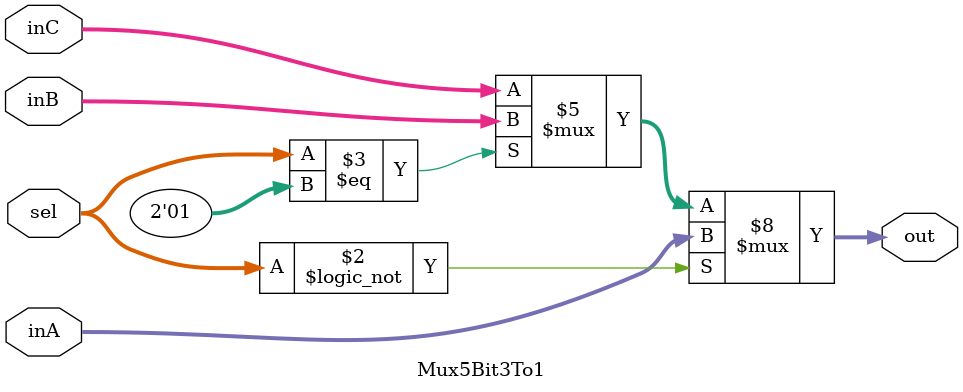
<source format=v>
`timescale 1ns / 1ps


module Mux5Bit3To1(out, inA, inB, inC, sel);

    output reg [4:0] out;
    
    input [4:0] inA;
    input [4:0] inB;
    input [4:0] inC;
    input [1:0] sel;

    /* Fill in the implementation here ... */ 
    always@(*)begin
        if(sel == 0) out <= inA;
        else if(sel == 1) out <= inB;
        else out <= inC;
    end
endmodule

</source>
